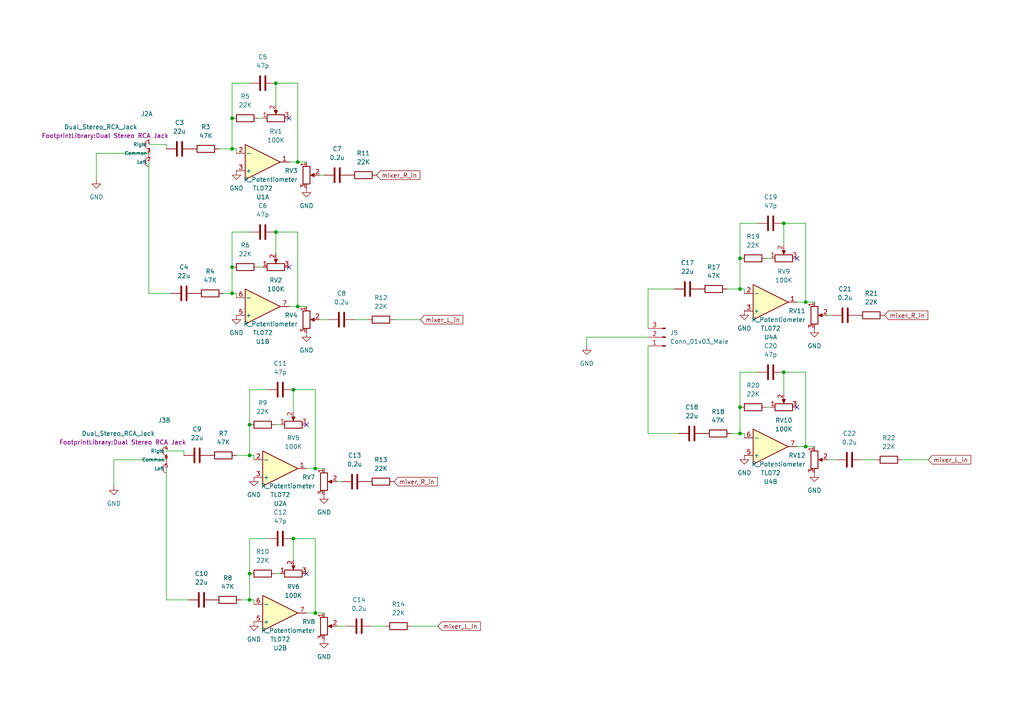
<source format=kicad_sch>
(kicad_sch (version 20211123) (generator eeschema)
  (paper "A4")
  (lib_symbols
    (symbol "Amplifier_Operational:TL072" (pin_names (offset 0.127))
      (property "Reference" "U" (at 0 5.08 0))
      (property "Value" "TL072" (at 0 -5.08 0))
      (symbol "TL072_1_1"
        (polyline (pts (xy -5.08 5.08) (xy 5.08 0) (xy -5.08 -5.08) (xy -5.08 5.08)) (stroke (width 0.254)) (fill (type background)))
        (pin output line (at 7.62 0 180) (length 2.54) (name "~") (number "1"))
        (pin input line (at -7.62 -2.54 0) (length 2.54) (name "-") (number "2"))
        (pin input line (at -7.62 2.54 0) (length 2.54) (name "+") (number "3"))
      )
      (symbol "TL072_2_1"
        (polyline (pts (xy -5.08 5.08) (xy 5.08 0) (xy -5.08 -5.08) (xy -5.08 5.08)) (stroke (width 0.254)) (fill (type background)))
        (pin input line (at -7.62 2.54 0) (length 2.54) (name "+") (number "5"))
        (pin input line (at -7.62 -2.54 0) (length 2.54) (name "-") (number "6"))
        (pin output line (at 7.62 0 180) (length 2.54) (name "~") (number "7"))
      )
      (symbol "TL072_3_1"
        (pin power_in line (at -2.54 -7.62 90) (length 3.81) (name "V-") (number "4"))
        (pin power_in line (at -2.54 7.62 270) (length 3.81) (name "V+") (number "8"))
      )
    )
    (symbol "Connector:Conn_01x03_Male" (pin_names (offset 1.016) hide)
      (property "Reference" "J" (at 0 5.08 0))
      (property "Value" "Conn_01x03_Male" (at 0 -5.08 0))
      (symbol "Conn_01x03_Male_1_1"
        (polyline (pts (xy 1.27 -2.54) (xy 0.8636 -2.54)) (stroke (width 0.1524)))
        (polyline (pts (xy 1.27 0) (xy 0.8636 0)) (stroke (width 0.1524)))
        (polyline (pts (xy 1.27 2.54) (xy 0.8636 2.54)) (stroke (width 0.1524)))
        (rectangle (start 0.8636 -2.413) (end 0 -2.667) (stroke (width 0.1524)) (fill (type outline)))
        (rectangle (start 0.8636 0.127) (end 0 -0.127) (stroke (width 0.1524)) (fill (type outline)))
        (rectangle (start 0.8636 2.667) (end 0 2.413) (stroke (width 0.1524)) (fill (type outline)))
        (pin passive line (at 5.08 2.54 180) (length 3.81) (name "Pin_1") (number "1"))
        (pin passive line (at 5.08 0 180) (length 3.81) (name "Pin_2") (number "2"))
        (pin passive line (at 5.08 -2.54 180) (length 3.81) (name "Pin_3") (number "3"))
      )
    )
    (symbol "CustomComponentLibrary:Dual_Stereo_RCA_Jack"
      (property "Reference" "J" (at 0 6.35 0))
      (property "Value" "Dual_Stereo_RCA_Jack" (at 0 -5.08 0))
      (property "Footprint" "FootprintLibrary:Dual Stereo RCA Jack" (at 0 0 0))
      (symbol "Dual_Stereo_RCA_Jack_0_1"
        (arc (start 0 -1.27) (mid -1.1731 -2.54) (end 0 -3.81))
        (polyline (pts (xy 0 1.27) (xy 0 -1.27)))
        (arc (start 0 3.81) (mid -1.2349 2.54) (end 0 1.27))
      )
      (symbol "Dual_Stereo_RCA_Jack_1_1"
        (pin passive line (at 0 2.54 180) (length 0) (name "Right") (number "1"))
        (pin passive line (at 0 -2.54 180) (length 0) (name "Left") (number "2"))
        (pin passive line (at 0 0 180) (length 0) (name "Common") (number "3"))
      )
      (symbol "Dual_Stereo_RCA_Jack_2_1"
        (pin passive line (at 0 2.54 180) (length 0) (name "Right") (number "4"))
        (pin passive line (at 0 -2.54 180) (length 0) (name "Left") (number "5"))
        (pin passive line (at 0 0 180) (length 0) (name "Common") (number "6"))
      )
    )
    (symbol "Device:C" (pin_numbers hide) (pin_names (offset 0.254))
      (property "Reference" "C" (at 0.635 2.54 0))
      (property "Value" "C" (at 0.635 -2.54 0))
      (symbol "C_0_1"
        (polyline (pts (xy -2.032 -0.762) (xy 2.032 -0.762)) (stroke (width 0.508)))
        (polyline (pts (xy -2.032 0.762) (xy 2.032 0.762)) (stroke (width 0.508)))
      )
      (symbol "C_1_1"
        (pin passive line (at 0 3.81 270) (length 2.794) (name "~") (number "1"))
        (pin passive line (at 0 -3.81 90) (length 2.794) (name "~") (number "2"))
      )
    )
    (symbol "Device:R" (pin_numbers hide) (pin_names (offset 0))
      (property "Reference" "R" (at 2.032 0 90))
      (property "Value" "R" (at 0 0 90))
      (symbol "R_0_1"
        (rectangle (start -1.016 -2.54) (end 1.016 2.54) (stroke (width 0.254)))
      )
      (symbol "R_1_1"
        (pin passive line (at 0 3.81 270) (length 1.27) (name "~") (number "1"))
        (pin passive line (at 0 -3.81 90) (length 1.27) (name "~") (number "2"))
      )
    )
    (symbol "Device:R_Potentiometer" (pin_names (offset 1.016) hide)
      (property "Reference" "RV" (at -4.445 0 90))
      (property "Value" "R_Potentiometer" (at -2.54 0 90))
      (symbol "R_Potentiometer_0_1"
        (polyline (pts (xy 2.54 0) (xy 1.524 0)))
        (polyline (pts (xy 1.143 0) (xy 2.286 0.508) (xy 2.286 -0.508) (xy 1.143 0)) (fill (type outline)))
        (rectangle (start 1.016 2.54) (end -1.016 -2.54) (stroke (width 0.254)))
      )
      (symbol "R_Potentiometer_1_1"
        (pin passive line (at 0 3.81 270) (length 1.27) (name "1") (number "1"))
        (pin passive line (at 3.81 0 180) (length 1.27) (name "2") (number "2"))
        (pin passive line (at 0 -3.81 90) (length 1.27) (name "3") (number "3"))
      )
    )
    (symbol "power:GND" (power) (pin_names (offset 0))
      (property "Value" "GND" (at 0 -3.81 0))
      (symbol "GND_0_1"
        (polyline (pts (xy 0 0) (xy 0 -1.27) (xy 1.27 -1.27) (xy 0 -2.54) (xy -1.27 -1.27) (xy 0 -1.27)))
      )
      (symbol "GND_1_1"
        (pin power_in line (at 0 0 270) (length 0) hide (name "GND") (number "1"))
      )
    )
  )
  (junction (at 85.09 156.21))
  (junction (at 80.01 67.31))
  (junction (at 72.39 166.37))
  (junction (at 85.09 113.03))
  (junction (at 214.63 125.73))
  (junction (at 227.33 107.95))
  (junction (at 67.31 85.09))
  (junction (at 67.31 77.47))
  (junction (at 214.63 118.11))
  (junction (at 233.68 87.63))
  (junction (at 80.01 24.13))
  (junction (at 91.44 177.8))
  (junction (at 214.63 83.82))
  (junction (at 214.63 74.93))
  (junction (at 72.39 132.08))
  (junction (at 227.33 64.77))
  (junction (at 72.39 173.99))
  (junction (at 67.31 43.18))
  (junction (at 233.68 129.54))
  (junction (at 67.31 34.29))
  (junction (at 86.36 46.99))
  (junction (at 72.39 123.19))
  (junction (at 86.36 88.9))
  (junction (at 91.44 135.89))
  (no_connect (at 88.9 123.19))
  (no_connect (at 83.82 34.29))
  (no_connect (at 231.14 118.11))
  (no_connect (at 88.9 166.37))
  (no_connect (at 83.82 77.47))
  (no_connect (at 231.14 74.93))
  (wire (pts (xy 48.26 135.89) (xy 48.26 173.99)))
  (wire (pts (xy 91.44 156.21) (xy 91.44 177.8)))
  (wire (pts (xy 72.39 166.37) (xy 72.39 173.99)))
  (wire (pts (xy 223.52 118.11) (xy 222.25 118.11)))
  (wire (pts (xy 85.09 113.03) (xy 91.44 113.03)))
  (wire (pts (xy 233.68 107.95) (xy 233.68 129.54)))
  (wire (pts (xy 187.96 125.73) (xy 196.85 125.73)))
  (wire (pts (xy 233.68 64.77) (xy 233.68 87.63)))
  (wire (pts (xy 214.63 107.95) (xy 219.71 107.95)))
  (wire (pts (xy 114.3 92.71) (xy 121.92 92.71)))
  (wire (pts (xy 97.79 181.61) (xy 100.33 181.61)))
  (wire (pts (xy 212.09 125.73) (xy 214.63 125.73)))
  (wire (pts (xy 91.44 135.89) (xy 93.98 135.89)))
  (wire (pts (xy 72.39 123.19) (xy 72.39 113.03)))
  (wire (pts (xy 72.39 123.19) (xy 72.39 132.08)))
  (wire (pts (xy 73.66 132.08) (xy 73.66 133.35)))
  (wire (pts (xy 85.09 156.21) (xy 91.44 156.21)))
  (wire (pts (xy 210.82 83.82) (xy 214.63 83.82)))
  (wire (pts (xy 88.9 135.89) (xy 91.44 135.89)))
  (wire (pts (xy 86.36 67.31) (xy 86.36 88.9)))
  (wire (pts (xy 214.63 64.77) (xy 219.71 64.77)))
  (wire (pts (xy 231.14 87.63) (xy 233.68 87.63)))
  (wire (pts (xy 67.31 77.47) (xy 67.31 85.09)))
  (wire (pts (xy 68.58 85.09) (xy 68.58 86.36)))
  (wire (pts (xy 72.39 113.03) (xy 77.47 113.03)))
  (wire (pts (xy 240.03 91.44) (xy 241.3 91.44)))
  (wire (pts (xy 187.96 100.33) (xy 187.96 125.73)))
  (wire (pts (xy 97.79 139.7) (xy 99.06 139.7)))
  (wire (pts (xy 83.82 88.9) (xy 86.36 88.9)))
  (wire (pts (xy 80.01 67.31) (xy 80.01 73.66)))
  (wire (pts (xy 63.5 43.18) (xy 67.31 43.18)))
  (wire (pts (xy 233.68 87.63) (xy 236.22 87.63)))
  (wire (pts (xy 67.31 34.29) (xy 67.31 43.18)))
  (wire (pts (xy 223.52 74.93) (xy 222.25 74.93)))
  (wire (pts (xy 86.36 24.13) (xy 86.36 46.99)))
  (wire (pts (xy 233.68 129.54) (xy 236.22 129.54)))
  (wire (pts (xy 170.18 97.79) (xy 170.18 100.33)))
  (wire (pts (xy 43.18 46.99) (xy 43.18 85.09)))
  (wire (pts (xy 91.44 113.03) (xy 91.44 135.89)))
  (wire (pts (xy 53.34 130.81) (xy 53.34 132.08)))
  (wire (pts (xy 107.95 181.61) (xy 111.76 181.61)))
  (wire (pts (xy 91.44 177.8) (xy 93.98 177.8)))
  (wire (pts (xy 227.33 107.95) (xy 233.68 107.95)))
  (wire (pts (xy 231.14 129.54) (xy 233.68 129.54)))
  (wire (pts (xy 67.31 24.13) (xy 72.39 24.13)))
  (wire (pts (xy 261.62 133.35) (xy 269.24 133.35)))
  (wire (pts (xy 43.18 85.09) (xy 49.53 85.09)))
  (wire (pts (xy 69.85 173.99) (xy 72.39 173.99)))
  (wire (pts (xy 72.39 173.99) (xy 73.66 173.99)))
  (wire (pts (xy 67.31 77.47) (xy 67.31 67.31)))
  (wire (pts (xy 80.01 24.13) (xy 80.01 30.48)))
  (wire (pts (xy 33.02 133.35) (xy 48.26 133.35)))
  (wire (pts (xy 240.03 133.35) (xy 242.57 133.35)))
  (wire (pts (xy 214.63 83.82) (xy 215.9 83.82)))
  (wire (pts (xy 187.96 95.25) (xy 187.96 83.82)))
  (wire (pts (xy 250.19 133.35) (xy 254 133.35)))
  (wire (pts (xy 68.58 132.08) (xy 72.39 132.08)))
  (wire (pts (xy 48.26 41.91) (xy 48.26 43.18)))
  (wire (pts (xy 92.71 92.71) (xy 95.25 92.71)))
  (wire (pts (xy 27.94 52.07) (xy 27.94 44.45)))
  (wire (pts (xy 67.31 85.09) (xy 68.58 85.09)))
  (wire (pts (xy 227.33 64.77) (xy 233.68 64.77)))
  (wire (pts (xy 227.33 64.77) (xy 227.33 71.12)))
  (wire (pts (xy 80.01 24.13) (xy 86.36 24.13)))
  (wire (pts (xy 67.31 67.31) (xy 72.39 67.31)))
  (wire (pts (xy 215.9 125.73) (xy 215.9 127)))
  (wire (pts (xy 73.66 173.99) (xy 73.66 175.26)))
  (wire (pts (xy 80.01 67.31) (xy 86.36 67.31)))
  (wire (pts (xy 81.28 123.19) (xy 80.01 123.19)))
  (wire (pts (xy 72.39 132.08) (xy 73.66 132.08)))
  (wire (pts (xy 187.96 97.79) (xy 170.18 97.79)))
  (wire (pts (xy 227.33 107.95) (xy 227.33 114.3)))
  (wire (pts (xy 33.02 140.97) (xy 33.02 133.35)))
  (wire (pts (xy 86.36 46.99) (xy 88.9 46.99)))
  (wire (pts (xy 48.26 130.81) (xy 53.34 130.81)))
  (wire (pts (xy 48.26 173.99) (xy 54.61 173.99)))
  (wire (pts (xy 43.18 41.91) (xy 48.26 41.91)))
  (wire (pts (xy 27.94 44.45) (xy 43.18 44.45)))
  (wire (pts (xy 214.63 125.73) (xy 215.9 125.73)))
  (wire (pts (xy 76.2 77.47) (xy 74.93 77.47)))
  (wire (pts (xy 119.38 181.61) (xy 127 181.61)))
  (wire (pts (xy 85.09 156.21) (xy 85.09 162.56)))
  (wire (pts (xy 214.63 74.93) (xy 214.63 83.82)))
  (wire (pts (xy 215.9 83.82) (xy 215.9 85.09)))
  (wire (pts (xy 85.09 113.03) (xy 85.09 119.38)))
  (wire (pts (xy 68.58 43.18) (xy 68.58 44.45)))
  (wire (pts (xy 76.2 34.29) (xy 74.93 34.29)))
  (wire (pts (xy 214.63 118.11) (xy 214.63 125.73)))
  (wire (pts (xy 88.9 177.8) (xy 91.44 177.8)))
  (wire (pts (xy 92.71 50.8) (xy 93.98 50.8)))
  (wire (pts (xy 187.96 83.82) (xy 195.58 83.82)))
  (wire (pts (xy 214.63 74.93) (xy 214.63 64.77)))
  (wire (pts (xy 214.63 118.11) (xy 214.63 107.95)))
  (wire (pts (xy 83.82 46.99) (xy 86.36 46.99)))
  (wire (pts (xy 81.28 166.37) (xy 80.01 166.37)))
  (wire (pts (xy 67.31 43.18) (xy 68.58 43.18)))
  (wire (pts (xy 86.36 88.9) (xy 88.9 88.9)))
  (wire (pts (xy 67.31 34.29) (xy 67.31 24.13)))
  (wire (pts (xy 72.39 156.21) (xy 77.47 156.21)))
  (wire (pts (xy 72.39 166.37) (xy 72.39 156.21)))
  (wire (pts (xy 64.77 85.09) (xy 67.31 85.09)))
  (wire (pts (xy 102.87 92.71) (xy 106.68 92.71)))
  (global_label "mixer_R_in" (shape input) (at 114.3 139.7 0) (property "Intersheet References" "${INTERSHEET_REFS}" (effects hide)))
  (global_label "mixer_R_in" (shape input) (at 256.54 91.44 0) (property "Intersheet References" "${INTERSHEET_REFS}" (effects hide)))
  (global_label "mixer_L_in" (shape input) (at 269.24 133.35 0) (property "Intersheet References" "${INTERSHEET_REFS}" (effects hide)))
  (global_label "mixer_L_in" (shape input) (at 127 181.61 0) (property "Intersheet References" "${INTERSHEET_REFS}" (effects hide)))
  (global_label "mixer_L_in" (shape input) (at 121.92 92.71 0) (property "Intersheet References" "${INTERSHEET_REFS}" (effects hide)))
  (global_label "mixer_R_in" (shape input) (at 109.22 50.8 0) (property "Intersheet References" "${INTERSHEET_REFS}" (effects hide)))
  (symbol (lib_id "power:GND") (at 88.9 96.52 0) (unit 1)
    (property "Reference" "#PWR05" (effects hide))
    (property "Value" "GND" (at 88.9 101.6 0))
  )
  (symbol (lib_id "Device:R") (at 66.04 173.99 90) (unit 1)
    (property "Reference" "R8" (at 66.04 167.64 90))
    (property "Value" "47K" (at 66.04 170.18 90))
  )
  (symbol (lib_id "Device:C") (at 52.07 43.18 90) (unit 1)
    (property "Reference" "C3" (at 52.07 35.56 90))
    (property "Value" "22u" (at 52.07 38.1 90))
  )
  (symbol (lib_id "Device:R") (at 60.96 85.09 90) (unit 1)
    (property "Reference" "R4" (at 60.96 78.74 90))
    (property "Value" "47K" (at 60.96 81.28 90))
  )
  (symbol (lib_id "Device:R") (at 207.01 83.82 90) (unit 1)
    (property "Reference" "R17" (at 207.01 77.47 90))
    (property "Value" "47K" (at 207.01 80.01 90))
  )
  (symbol (lib_id "power:GND") (at 170.18 100.33 0) (unit 1)
    (property "Reference" "#PWR08" (effects hide))
    (property "Value" "GND" (at 170.18 105.41 0))
  )
  (symbol (lib_id "Device:R") (at 105.41 50.8 90) (unit 1)
    (property "Reference" "R11" (at 105.41 44.45 90))
    (property "Value" "22K" (at 105.41 46.99 90))
  )
  (symbol (lib_id "Device:R_Potentiometer") (at 88.9 50.8 0) (unit 1)
    (property "Reference" "RV3" (at 86.36 49.5299 0) (effects (justify right)))
    (property "Value" "R_Potentiometer" (at 86.36 52.0699 0) (effects (justify right)))
  )
  (symbol (lib_id "Device:R") (at 257.81 133.35 90) (unit 1)
    (property "Reference" "R22" (at 257.81 127 90))
    (property "Value" "22K" (at 257.81 129.54 90))
  )
  (symbol (lib_id "power:GND") (at 33.02 140.97 0) (unit 1)
    (property "Reference" "#PWR0108" (effects hide))
    (property "Value" "GND" (at 33.02 146.05 0))
  )
  (symbol (lib_id "Device:C") (at 246.38 133.35 90) (unit 1)
    (property "Reference" "C22" (at 246.38 125.73 90))
    (property "Value" "0.2u" (at 246.38 128.27 90))
  )
  (symbol (lib_id "Device:C") (at 76.2 24.13 90) (unit 1)
    (property "Reference" "C5" (at 76.2 16.51 90))
    (property "Value" "47p" (at 76.2 19.05 90))
  )
  (symbol (lib_id "power:GND") (at 93.98 143.51 0) (unit 1)
    (property "Reference" "#PWR0110" (effects hide))
    (property "Value" "GND" (at 93.98 148.59 0))
  )
  (symbol (lib_id "Device:R_Potentiometer") (at 88.9 92.71 0) (unit 1)
    (property "Reference" "RV4" (at 86.36 91.4399 0) (effects (justify right)))
    (property "Value" "R_Potentiometer" (at 86.36 93.9799 0) (effects (justify right)))
  )
  (symbol (lib_id "CustomComponentLibrary:Dual_Stereo_RCA_Jack") (at 43.18 44.45 0) (unit 1)
    (property "Reference" "J2" (at 42.5625 33.02 0))
    (property "Value" "Dual_Stereo_RCA_Jack" (at 29.21 36.83 0))
    (property "Footprint" "FootprintLibrary:Dual Stereo RCA Jack" (at 30.48 39.37 0))
  )
  (symbol (lib_id "Device:R_Potentiometer") (at 236.22 91.44 0) (unit 1)
    (property "Reference" "RV11" (at 233.68 90.1699 0) (effects (justify right)))
    (property "Value" "R_Potentiometer" (at 233.68 92.7099 0) (effects (justify right)))
  )
  (symbol (lib_id "Device:R") (at 76.2 123.19 90) (unit 1)
    (property "Reference" "R9" (at 76.2 116.84 90))
    (property "Value" "22K" (at 76.2 119.38 90))
  )
  (symbol (lib_id "Device:C") (at 97.79 50.8 90) (unit 1)
    (property "Reference" "C7" (at 97.79 43.18 90))
    (property "Value" "0.2u" (at 97.79 45.72 90))
  )
  (symbol (lib_id "Device:R") (at 218.44 118.11 90) (unit 1)
    (property "Reference" "R20" (at 218.44 111.76 90))
    (property "Value" "22K" (at 218.44 114.3 90))
  )
  (symbol (lib_id "power:GND") (at 93.98 185.42 0) (unit 1)
    (property "Reference" "#PWR0106" (effects hide))
    (property "Value" "GND" (at 93.98 190.5 0))
  )
  (symbol (lib_id "Device:R_Potentiometer") (at 85.09 166.37 90) (unit 1)
    (property "Reference" "RV6" (at 85.09 170.18 90))
    (property "Value" "100K" (at 85.09 172.72 90))
  )
  (symbol (lib_id "Device:C") (at 58.42 173.99 90) (unit 1)
    (property "Reference" "C10" (at 58.42 166.37 90))
    (property "Value" "22u" (at 58.42 168.91 90))
  )
  (symbol (lib_id "Device:C") (at 81.28 156.21 90) (unit 1)
    (property "Reference" "C12" (at 81.28 148.59 90))
    (property "Value" "47p" (at 81.28 151.13 90))
  )
  (symbol (lib_id "Device:R") (at 59.69 43.18 90) (unit 1)
    (property "Reference" "R3" (at 59.69 36.83 90))
    (property "Value" "47K" (at 59.69 39.37 90))
  )
  (symbol (lib_id "Device:R_Potentiometer") (at 227.33 118.11 90) (unit 1)
    (property "Reference" "RV10" (at 227.33 121.92 90))
    (property "Value" "100K" (at 227.33 124.46 90))
  )
  (symbol (lib_id "Device:R") (at 115.57 181.61 90) (unit 1)
    (property "Reference" "R14" (at 115.57 175.26 90))
    (property "Value" "22K" (at 115.57 177.8 90))
  )
  (symbol (lib_id "Device:C") (at 200.66 125.73 90) (unit 1)
    (property "Reference" "C18" (at 200.66 118.11 90))
    (property "Value" "22u" (at 200.66 120.65 90))
  )
  (symbol (lib_id "power:GND") (at 73.66 138.43 0) (unit 1)
    (property "Reference" "#PWR0109" (effects hide))
    (property "Value" "GND" (at 73.66 143.51 0))
  )
  (symbol (lib_id "power:GND") (at 27.94 52.07 0) (unit 1)
    (property "Reference" "#PWR01" (effects hide))
    (property "Value" "GND" (at 27.94 57.15 0))
  )
  (symbol (lib_id "Device:C") (at 53.34 85.09 90) (unit 1)
    (property "Reference" "C4" (at 53.34 77.47 90))
    (property "Value" "22u" (at 53.34 80.01 90))
  )
  (symbol (lib_id "Device:R") (at 64.77 132.08 90) (unit 1)
    (property "Reference" "R7" (at 64.77 125.73 90))
    (property "Value" "47K" (at 64.77 128.27 90))
  )
  (symbol (lib_id "Device:C") (at 57.15 132.08 90) (unit 1)
    (property "Reference" "C9" (at 57.15 124.46 90))
    (property "Value" "22u" (at 57.15 127 90))
  )
  (symbol (lib_id "Device:R_Potentiometer") (at 93.98 181.61 0) (unit 1)
    (property "Reference" "RV8" (at 91.44 180.3399 0) (effects (justify right)))
    (property "Value" "R_Potentiometer" (at 91.44 182.8799 0) (effects (justify right)))
  )
  (symbol (lib_id "power:GND") (at 68.58 91.44 0) (unit 1)
    (property "Reference" "#PWR03" (effects hide))
    (property "Value" "GND" (at 68.58 96.52 0))
  )
  (symbol (lib_id "power:GND") (at 68.58 49.53 0) (unit 1)
    (property "Reference" "#PWR02" (effects hide))
    (property "Value" "GND" (at 68.58 54.61 0))
  )
  (symbol (lib_id "Amplifier_Operational:TL072") (at 76.2 46.99 0) (mirror x) (unit 1)
    (property "Reference" "U1" (at 76.2 57.15 0))
    (property "Value" "TL072" (at 76.2 54.61 0))
    (property "Datasheet" "http://www.ti.com/lit/ds/symlink/tl071.pdf" (effects hide))
  )
  (symbol (lib_id "power:GND") (at 215.9 132.08 0) (unit 1)
    (property "Reference" "#PWR010" (effects hide))
    (property "Value" "GND" (at 215.9 137.16 0))
  )
  (symbol (lib_id "Device:R_Potentiometer") (at 80.01 77.47 90) (unit 1)
    (property "Reference" "RV2" (at 80.01 81.28 90))
    (property "Value" "100K" (at 80.01 83.82 90))
  )
  (symbol (lib_id "Amplifier_Operational:TL072") (at 81.28 135.89 0) (mirror x) (unit 1)
    (property "Reference" "U2" (at 81.28 146.05 0))
    (property "Value" "TL072" (at 81.28 143.51 0))
    (property "Datasheet" "http://www.ti.com/lit/ds/symlink/tl071.pdf" (effects hide))
  )
  (symbol (lib_id "Connector:Conn_01x03_Male") (at 193.04 97.79 180) (unit 1)
    (property "Reference" "J5" (at 194.31 96.5199 0) (effects (justify right)))
    (property "Value" "Conn_01x03_Male" (at 194.31 99.0599 0) (effects (justify right)))
  )
  (symbol (lib_id "Device:C") (at 76.2 67.31 90) (unit 1)
    (property "Reference" "C6" (at 76.2 59.69 90))
    (property "Value" "47p" (at 76.2 62.23 90))
  )
  (symbol (lib_id "Device:R_Potentiometer") (at 85.09 123.19 90) (unit 1)
    (property "Reference" "RV5" (at 85.09 127 90))
    (property "Value" "100K" (at 85.09 129.54 90))
  )
  (symbol (lib_id "Device:R") (at 208.28 125.73 90) (unit 1)
    (property "Reference" "R18" (at 208.28 119.38 90))
    (property "Value" "47K" (at 208.28 121.92 90))
  )
  (symbol (lib_id "Amplifier_Operational:TL072") (at 76.2 88.9 0) (mirror x) (unit 2)
    (property "Reference" "U1" (at 76.2 99.06 0))
    (property "Value" "TL072" (at 76.2 96.52 0))
    (property "Datasheet" "http://www.ti.com/lit/ds/symlink/tl071.pdf" (effects hide))
  )
  (symbol (lib_id "CustomComponentLibrary:Dual_Stereo_RCA_Jack") (at 48.26 133.35 0) (unit 2)
    (property "Reference" "J3" (at 47.6425 121.92 0))
    (property "Value" "Dual_Stereo_RCA_Jack" (at 34.29 125.73 0))
    (property "Footprint" "FootprintLibrary:Dual Stereo RCA Jack" (at 35.56 128.27 0))
  )
  (symbol (lib_id "Amplifier_Operational:TL072") (at 81.28 177.8 0) (mirror x) (unit 2)
    (property "Reference" "U2" (at 81.28 187.96 0))
    (property "Value" "TL072" (at 81.28 185.42 0))
    (property "Datasheet" "http://www.ti.com/lit/ds/symlink/tl071.pdf" (effects hide))
  )
  (symbol (lib_id "Device:R") (at 76.2 166.37 90) (unit 1)
    (property "Reference" "R10" (at 76.2 160.02 90))
    (property "Value" "22K" (at 76.2 162.56 90))
  )
  (symbol (lib_id "Amplifier_Operational:TL072") (at 223.52 87.63 0) (mirror x) (unit 1)
    (property "Reference" "U4" (at 223.52 97.79 0))
    (property "Value" "TL072" (at 223.52 95.25 0))
    (property "Datasheet" "http://www.ti.com/lit/ds/symlink/tl071.pdf" (effects hide))
  )
  (symbol (lib_id "Device:C") (at 104.14 181.61 90) (unit 1)
    (property "Reference" "C14" (at 104.14 173.99 90))
    (property "Value" "0.2u" (at 104.14 176.53 90))
  )
  (symbol (lib_id "Device:C") (at 245.11 91.44 90) (unit 1)
    (property "Reference" "C21" (at 245.11 83.82 90))
    (property "Value" "0.2u" (at 245.11 86.36 90))
  )
  (symbol (lib_id "Device:R") (at 110.49 92.71 90) (unit 1)
    (property "Reference" "R12" (at 110.49 86.36 90))
    (property "Value" "22K" (at 110.49 88.9 90))
  )
  (symbol (lib_id "Device:R") (at 71.12 77.47 90) (unit 1)
    (property "Reference" "R6" (at 71.12 71.12 90))
    (property "Value" "22K" (at 71.12 73.66 90))
  )
  (symbol (lib_id "Device:R_Potentiometer") (at 93.98 139.7 0) (unit 1)
    (property "Reference" "RV7" (at 91.44 138.4299 0) (effects (justify right)))
    (property "Value" "R_Potentiometer" (at 91.44 140.9699 0) (effects (justify right)))
  )
  (symbol (lib_id "Device:C") (at 102.87 139.7 90) (unit 1)
    (property "Reference" "C13" (at 102.87 132.08 90))
    (property "Value" "0.2u" (at 102.87 134.62 90))
  )
  (symbol (lib_id "power:GND") (at 236.22 137.16 0) (unit 1)
    (property "Reference" "#PWR012" (effects hide))
    (property "Value" "GND" (at 236.22 142.24 0))
  )
  (symbol (lib_id "Device:C") (at 223.52 107.95 90) (unit 1)
    (property "Reference" "C20" (at 223.52 100.33 90))
    (property "Value" "47p" (at 223.52 102.87 90))
  )
  (symbol (lib_id "Device:R_Potentiometer") (at 227.33 74.93 90) (unit 1)
    (property "Reference" "RV9" (at 227.33 78.74 90))
    (property "Value" "100K" (at 227.33 81.28 90))
  )
  (symbol (lib_id "power:GND") (at 236.22 95.25 0) (unit 1)
    (property "Reference" "#PWR011" (effects hide))
    (property "Value" "GND" (at 236.22 100.33 0))
  )
  (symbol (lib_id "Device:R_Potentiometer") (at 236.22 133.35 0) (unit 1)
    (property "Reference" "RV12" (at 233.68 132.0799 0) (effects (justify right)))
    (property "Value" "R_Potentiometer" (at 233.68 134.6199 0) (effects (justify right)))
  )
  (symbol (lib_id "power:GND") (at 215.9 90.17 0) (unit 1)
    (property "Reference" "#PWR09" (effects hide))
    (property "Value" "GND" (at 215.9 95.25 0))
  )
  (symbol (lib_id "Device:R") (at 252.73 91.44 90) (unit 1)
    (property "Reference" "R21" (at 252.73 85.09 90))
    (property "Value" "22K" (at 252.73 87.63 90))
  )
  (symbol (lib_id "Device:R") (at 218.44 74.93 90) (unit 1)
    (property "Reference" "R19" (at 218.44 68.58 90))
    (property "Value" "22K" (at 218.44 71.12 90))
  )
  (symbol (lib_id "Amplifier_Operational:TL072") (at 223.52 129.54 0) (mirror x) (unit 2)
    (property "Reference" "U4" (at 223.52 139.7 0))
    (property "Value" "TL072" (at 223.52 137.16 0))
    (property "Datasheet" "http://www.ti.com/lit/ds/symlink/tl071.pdf" (effects hide))
  )
  (symbol (lib_id "power:GND") (at 73.66 180.34 0) (unit 1)
    (property "Reference" "#PWR0107" (effects hide))
    (property "Value" "GND" (at 73.66 185.42 0))
  )
  (symbol (lib_id "Device:R_Potentiometer") (at 80.01 34.29 90) (unit 1)
    (property "Reference" "RV1" (at 80.01 38.1 90))
    (property "Value" "100K" (at 80.01 40.64 90))
  )
  (symbol (lib_id "power:GND") (at 88.9 54.61 0) (unit 1)
    (property "Reference" "#PWR04" (effects hide))
    (property "Value" "GND" (at 88.9 59.69 0))
  )
  (symbol (lib_id "Device:C") (at 99.06 92.71 90) (unit 1)
    (property "Reference" "C8" (at 99.06 85.09 90))
    (property "Value" "0.2u" (at 99.06 87.63 90))
  )
  (symbol (lib_id "Device:C") (at 81.28 113.03 90) (unit 1)
    (property "Reference" "C11" (at 81.28 105.41 90))
    (property "Value" "47p" (at 81.28 107.95 90))
  )
  (symbol (lib_id "Device:C") (at 223.52 64.77 90) (unit 1)
    (property "Reference" "C19" (at 223.52 57.15 90))
    (property "Value" "47p" (at 223.52 59.69 90))
  )
  (symbol (lib_id "Device:C") (at 199.39 83.82 90) (unit 1)
    (property "Reference" "C17" (at 199.39 76.2 90))
    (property "Value" "22u" (at 199.39 78.74 90))
  )
  (symbol (lib_id "Device:R") (at 71.12 34.29 90) (unit 1)
    (property "Reference" "R5" (at 71.12 27.94 90))
    (property "Value" "22K" (at 71.12 30.48 90))
  )
  (symbol (lib_id "Device:R") (at 110.49 139.7 90) (unit 1)
    (property "Reference" "R13" (at 110.49 133.35 90))
    (property "Value" "22K" (at 110.49 135.89 90))
  )
)
</source>
